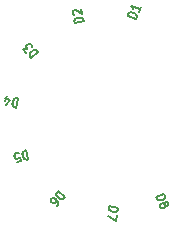
<source format=gbr>
%TF.GenerationSoftware,KiCad,Pcbnew,8.0.0*%
%TF.CreationDate,2024-03-07T16:43:38+08:00*%
%TF.ProjectId,LED_ring,4c45445f-7269-46e6-972e-6b696361645f,rev?*%
%TF.SameCoordinates,Original*%
%TF.FileFunction,Legend,Top*%
%TF.FilePolarity,Positive*%
%FSLAX46Y46*%
G04 Gerber Fmt 4.6, Leading zero omitted, Abs format (unit mm)*
G04 Created by KiCad (PCBNEW 8.0.0) date 2024-03-07 16:43:38*
%MOMM*%
%LPD*%
G01*
G04 APERTURE LIST*
%ADD10C,0.174625*%
G04 APERTURE END LIST*
D10*
X153662588Y-110402410D02*
X154226455Y-110914951D01*
X154226455Y-110914951D02*
X154114591Y-111038017D01*
X154114591Y-111038017D02*
X154020622Y-111087450D01*
X154020622Y-111087450D02*
X153922175Y-111087863D01*
X153922175Y-111087863D02*
X153846101Y-111063663D01*
X153846101Y-111063663D02*
X153716324Y-110990650D01*
X153716324Y-110990650D02*
X153635772Y-110917430D01*
X153635772Y-110917430D02*
X153550741Y-110795190D01*
X153550741Y-110795190D02*
X153519413Y-110721763D01*
X153519413Y-110721763D02*
X153510457Y-110623723D01*
X153510457Y-110623723D02*
X153550724Y-110525477D01*
X153550724Y-110525477D02*
X153662588Y-110402410D01*
X153555272Y-111653348D02*
X153644763Y-111554895D01*
X153644763Y-111554895D02*
X153662658Y-111481262D01*
X153662658Y-111481262D02*
X153658180Y-111432242D01*
X153658180Y-111432242D02*
X153622373Y-111309796D01*
X153622373Y-111309796D02*
X153537342Y-111187556D01*
X153537342Y-111187556D02*
X153322536Y-110992302D01*
X153322536Y-110992302D02*
X153246461Y-110968102D01*
X153246461Y-110968102D02*
X153197237Y-110968309D01*
X153197237Y-110968309D02*
X153125641Y-110993128D01*
X153125641Y-110993128D02*
X153036150Y-111091582D01*
X153036150Y-111091582D02*
X153018255Y-111165215D01*
X153018255Y-111165215D02*
X153022733Y-111214235D01*
X153022733Y-111214235D02*
X153054062Y-111287661D01*
X153054062Y-111287661D02*
X153188316Y-111409695D01*
X153188316Y-111409695D02*
X153264391Y-111433895D01*
X153264391Y-111433895D02*
X153313614Y-111433688D01*
X153313614Y-111433688D02*
X153385211Y-111408868D01*
X153385211Y-111408868D02*
X153474702Y-111310415D01*
X153474702Y-111310415D02*
X153492597Y-111236782D01*
X153492597Y-111236782D02*
X153488118Y-111187762D01*
X153488118Y-111187762D02*
X153456790Y-111114336D01*
X158008404Y-111693678D02*
X158762132Y-111805651D01*
X158762132Y-111805651D02*
X158737693Y-111970156D01*
X158737693Y-111970156D02*
X158687138Y-112063526D01*
X158687138Y-112063526D02*
X158605579Y-112118664D01*
X158605579Y-112118664D02*
X158528908Y-112140900D01*
X158528908Y-112140900D02*
X158380453Y-112152473D01*
X158380453Y-112152473D02*
X158272777Y-112136477D01*
X158272777Y-112136477D02*
X158134098Y-112082248D01*
X158134098Y-112082248D02*
X158067202Y-112038683D01*
X158067202Y-112038683D02*
X158005194Y-111962217D01*
X158005194Y-111962217D02*
X157983965Y-111858182D01*
X157983965Y-111858182D02*
X158008404Y-111693678D01*
X158669265Y-112430767D02*
X158600837Y-112891379D01*
X158600837Y-112891379D02*
X157891098Y-112483298D01*
X155818859Y-96037531D02*
X155069498Y-96175741D01*
X155069498Y-96175741D02*
X155039334Y-96012190D01*
X155039334Y-96012190D02*
X155056919Y-95907478D01*
X155056919Y-95907478D02*
X155116220Y-95828895D01*
X155116220Y-95828895D02*
X155181555Y-95783022D01*
X155181555Y-95783022D02*
X155318258Y-95723986D01*
X155318258Y-95723986D02*
X155425309Y-95704241D01*
X155425309Y-95704241D02*
X155574078Y-95710626D01*
X155574078Y-95710626D02*
X155651478Y-95730173D01*
X155651478Y-95730173D02*
X155734912Y-95782431D01*
X155734912Y-95782431D02*
X155788695Y-95873980D01*
X155788695Y-95873980D02*
X155818859Y-96037531D01*
X155020207Y-95508374D02*
X154978490Y-95482245D01*
X154978490Y-95482245D02*
X154930740Y-95423406D01*
X154930740Y-95423406D02*
X154900575Y-95259855D01*
X154900575Y-95259855D02*
X154924193Y-95187853D01*
X154924193Y-95187853D02*
X154953844Y-95148562D01*
X154953844Y-95148562D02*
X155019179Y-95102689D01*
X155019179Y-95102689D02*
X155090547Y-95089526D01*
X155090547Y-95089526D02*
X155203631Y-95102492D01*
X155203631Y-95102492D02*
X155704233Y-95416037D01*
X155704233Y-95416037D02*
X155625805Y-94990805D01*
X150942130Y-106949997D02*
X151151015Y-107682808D01*
X151151015Y-107682808D02*
X150991076Y-107728398D01*
X150991076Y-107728398D02*
X150885166Y-107720856D01*
X150885166Y-107720856D02*
X150801297Y-107669301D01*
X150801297Y-107669301D02*
X150749415Y-107608627D01*
X150749415Y-107608627D02*
X150677640Y-107478162D01*
X150677640Y-107478162D02*
X150647799Y-107373475D01*
X150647799Y-107373475D02*
X150640000Y-107224774D01*
X150640000Y-107224774D02*
X150652094Y-107145865D01*
X150652094Y-107145865D02*
X150696175Y-107057837D01*
X150696175Y-107057837D02*
X150782192Y-106995587D01*
X150782192Y-106995587D02*
X150942130Y-106949997D01*
X150159395Y-107965466D02*
X150479272Y-107874286D01*
X150479272Y-107874286D02*
X150411791Y-107516210D01*
X150411791Y-107516210D02*
X150389750Y-107560224D01*
X150389750Y-107560224D02*
X150335722Y-107613356D01*
X150335722Y-107613356D02*
X150175783Y-107658946D01*
X150175783Y-107658946D02*
X150101860Y-107642286D01*
X150101860Y-107642286D02*
X150059926Y-107616508D01*
X150059926Y-107616508D02*
X150008044Y-107555835D01*
X150008044Y-107555835D02*
X149958310Y-107381356D01*
X149958310Y-107381356D02*
X149970404Y-107302447D01*
X149970404Y-107302447D02*
X149992445Y-107258433D01*
X149992445Y-107258433D02*
X150046473Y-107205301D01*
X150046473Y-107205301D02*
X150206412Y-107159711D01*
X150206412Y-107159711D02*
X150280334Y-107176371D01*
X150280334Y-107176371D02*
X150322269Y-107202149D01*
X160258664Y-95814836D02*
X159549057Y-95537163D01*
X159549057Y-95537163D02*
X159609660Y-95382288D01*
X159609660Y-95382288D02*
X159679813Y-95302586D01*
X159679813Y-95302586D02*
X159771636Y-95267082D01*
X159771636Y-95267082D02*
X159851338Y-95262552D01*
X159851338Y-95262552D02*
X159998622Y-95284467D01*
X159998622Y-95284467D02*
X160099994Y-95324135D01*
X160099994Y-95324135D02*
X160223037Y-95408000D01*
X160223037Y-95408000D02*
X160278498Y-95465420D01*
X160278498Y-95465420D02*
X160321838Y-95553814D01*
X160321838Y-95553814D02*
X160319267Y-95659962D01*
X160319267Y-95659962D02*
X160258664Y-95814836D01*
X160646525Y-94823640D02*
X160501077Y-95195338D01*
X160573801Y-95009489D02*
X159864194Y-94731816D01*
X159864194Y-94731816D02*
X159941325Y-94833433D01*
X159941325Y-94833433D02*
X159984665Y-94921828D01*
X159984665Y-94921828D02*
X159994215Y-94997000D01*
X151959635Y-98622754D02*
X151395768Y-99135295D01*
X151395768Y-99135295D02*
X151283904Y-99012228D01*
X151283904Y-99012228D02*
X151243636Y-98913982D01*
X151243636Y-98913982D02*
X151252592Y-98815942D01*
X151252592Y-98815942D02*
X151283921Y-98742515D01*
X151283921Y-98742515D02*
X151368952Y-98620275D01*
X151368952Y-98620275D02*
X151449504Y-98547055D01*
X151449504Y-98547055D02*
X151579280Y-98474042D01*
X151579280Y-98474042D02*
X151655355Y-98449842D01*
X151655355Y-98449842D02*
X151753802Y-98450255D01*
X151753802Y-98450255D02*
X151847771Y-98499688D01*
X151847771Y-98499688D02*
X151959635Y-98622754D01*
X150970685Y-98667643D02*
X150679839Y-98347670D01*
X150679839Y-98347670D02*
X151051255Y-98324710D01*
X151051255Y-98324710D02*
X150984136Y-98250870D01*
X150984136Y-98250870D02*
X150966242Y-98177237D01*
X150966242Y-98177237D02*
X150970720Y-98128217D01*
X150970720Y-98128217D02*
X151002048Y-98054790D01*
X151002048Y-98054790D02*
X151136303Y-97932757D01*
X151136303Y-97932757D02*
X151212377Y-97908557D01*
X151212377Y-97908557D02*
X151261601Y-97908763D01*
X151261601Y-97908763D02*
X151333197Y-97933583D01*
X151333197Y-97933583D02*
X151467434Y-98081263D01*
X151467434Y-98081263D02*
X151485329Y-98154896D01*
X151485329Y-98154896D02*
X151480851Y-98203916D01*
X150303525Y-102594332D02*
X150094640Y-103327142D01*
X150094640Y-103327142D02*
X149934701Y-103281552D01*
X149934701Y-103281552D02*
X149848685Y-103219303D01*
X149848685Y-103219303D02*
X149804603Y-103131275D01*
X149804603Y-103131275D02*
X149792509Y-103052366D01*
X149792509Y-103052366D02*
X149800309Y-102903665D01*
X149800309Y-102903665D02*
X149830149Y-102798978D01*
X149830149Y-102798978D02*
X149901925Y-102668513D01*
X149901925Y-102668513D02*
X149953806Y-102607839D01*
X149953806Y-102607839D02*
X150037676Y-102556284D01*
X150037676Y-102556284D02*
X150143586Y-102548742D01*
X150143586Y-102548742D02*
X150303525Y-102594332D01*
X149204635Y-102809333D02*
X149343892Y-102320792D01*
X149284999Y-103134088D02*
X149594141Y-102656242D01*
X149594141Y-102656242D02*
X149178300Y-102537708D01*
X161957263Y-110903070D02*
X162666873Y-110625406D01*
X162666873Y-110625406D02*
X162727474Y-110780281D01*
X162727474Y-110780281D02*
X162730044Y-110886428D01*
X162730044Y-110886428D02*
X162686703Y-110974822D01*
X162686703Y-110974822D02*
X162631241Y-111032242D01*
X162631241Y-111032242D02*
X162508198Y-111116105D01*
X162508198Y-111116105D02*
X162406825Y-111155772D01*
X162406825Y-111155772D02*
X162259541Y-111177685D01*
X162259541Y-111177685D02*
X162179838Y-111173154D01*
X162179838Y-111173154D02*
X162088016Y-111137648D01*
X162088016Y-111137648D02*
X162017864Y-111057945D01*
X162017864Y-111057945D02*
X161957263Y-110903070D01*
X162653641Y-111487806D02*
X162663191Y-111412633D01*
X162663191Y-111412633D02*
X162684862Y-111368436D01*
X162684862Y-111368436D02*
X162740324Y-111311017D01*
X162740324Y-111311017D02*
X162774115Y-111297795D01*
X162774115Y-111297795D02*
X162853817Y-111302326D01*
X162853817Y-111302326D02*
X162899728Y-111320079D01*
X162899728Y-111320079D02*
X162957760Y-111368807D01*
X162957760Y-111368807D02*
X163006241Y-111492707D01*
X163006241Y-111492707D02*
X162996690Y-111567879D01*
X162996690Y-111567879D02*
X162975020Y-111612076D01*
X162975020Y-111612076D02*
X162919558Y-111669495D01*
X162919558Y-111669495D02*
X162885767Y-111682717D01*
X162885767Y-111682717D02*
X162806065Y-111678187D01*
X162806065Y-111678187D02*
X162760154Y-111660434D01*
X162760154Y-111660434D02*
X162702122Y-111611706D01*
X162702122Y-111611706D02*
X162653641Y-111487806D01*
X162653641Y-111487806D02*
X162595609Y-111439078D01*
X162595609Y-111439078D02*
X162549698Y-111421325D01*
X162549698Y-111421325D02*
X162469996Y-111416794D01*
X162469996Y-111416794D02*
X162334832Y-111469682D01*
X162334832Y-111469682D02*
X162279371Y-111527102D01*
X162279371Y-111527102D02*
X162257700Y-111571299D01*
X162257700Y-111571299D02*
X162248150Y-111646471D01*
X162248150Y-111646471D02*
X162296631Y-111770371D01*
X162296631Y-111770371D02*
X162354662Y-111819099D01*
X162354662Y-111819099D02*
X162400573Y-111836852D01*
X162400573Y-111836852D02*
X162480276Y-111841383D01*
X162480276Y-111841383D02*
X162615439Y-111788494D01*
X162615439Y-111788494D02*
X162670901Y-111731075D01*
X162670901Y-111731075D02*
X162692572Y-111686878D01*
X162692572Y-111686878D02*
X162702122Y-111611706D01*
M02*

</source>
